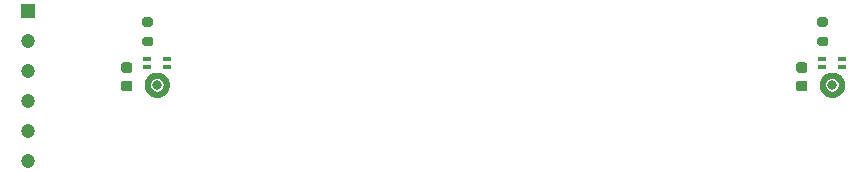
<source format=gbs>
G04 #@! TF.GenerationSoftware,KiCad,Pcbnew,5.1.10-88a1d61d58~88~ubuntu18.04.1*
G04 #@! TF.CreationDate,2021-09-30T10:17:39+02:00*
G04 #@! TF.ProjectId,pmod_microphone_array_2x1,706d6f64-5f6d-4696-9372-6f70686f6e65,1.0.0*
G04 #@! TF.SameCoordinates,Original*
G04 #@! TF.FileFunction,Soldermask,Bot*
G04 #@! TF.FilePolarity,Negative*
%FSLAX46Y46*%
G04 Gerber Fmt 4.6, Leading zero omitted, Abs format (unit mm)*
G04 Created by KiCad (PCBNEW 5.1.10-88a1d61d58~88~ubuntu18.04.1) date 2021-09-30 10:17:39*
%MOMM*%
%LPD*%
G01*
G04 APERTURE LIST*
%ADD10C,0.000100*%
%ADD11C,0.800000*%
%ADD12R,0.750000X0.450000*%
%ADD13R,1.200000X1.200000*%
%ADD14C,1.200000*%
G04 APERTURE END LIST*
D10*
G36*
X98317000Y-62076000D02*
G01*
X98317000Y-61626000D01*
X98271918Y-61626577D01*
X98218641Y-61629835D01*
X98165607Y-61635878D01*
X98112962Y-61644688D01*
X98060850Y-61656241D01*
X98009414Y-61670505D01*
X97958795Y-61687442D01*
X97909132Y-61707005D01*
X97860561Y-61729140D01*
X97813215Y-61753786D01*
X97767224Y-61780877D01*
X97722713Y-61810338D01*
X97679806Y-61842088D01*
X97638619Y-61876040D01*
X97599265Y-61912101D01*
X97561853Y-61950172D01*
X97526484Y-61990150D01*
X97493256Y-62031923D01*
X97462260Y-62075378D01*
X97433580Y-62120396D01*
X97407296Y-62166853D01*
X97383479Y-62214622D01*
X97362195Y-62263572D01*
X97343502Y-62313569D01*
X97327451Y-62364476D01*
X97314087Y-62416152D01*
X97303445Y-62468458D01*
X97295555Y-62521249D01*
X97290439Y-62574380D01*
X97288000Y-62636000D01*
X97288000Y-62656000D01*
X97289412Y-62709906D01*
X97293642Y-62763664D01*
X97300681Y-62817127D01*
X97310508Y-62870149D01*
X97323096Y-62922584D01*
X97338412Y-62974288D01*
X97356412Y-63025119D01*
X97377048Y-63074939D01*
X97400263Y-63123610D01*
X97425994Y-63171000D01*
X97454169Y-63216978D01*
X97484712Y-63261419D01*
X97517540Y-63304200D01*
X97552561Y-63345205D01*
X97589680Y-63384320D01*
X97628795Y-63421439D01*
X97669800Y-63456460D01*
X97712581Y-63489288D01*
X97757022Y-63519831D01*
X97803000Y-63548006D01*
X97850390Y-63573737D01*
X97899061Y-63596952D01*
X97948881Y-63617588D01*
X97999712Y-63635588D01*
X98051416Y-63650904D01*
X98103851Y-63663492D01*
X98156873Y-63673319D01*
X98210336Y-63680358D01*
X98264094Y-63684588D01*
X98318000Y-63686000D01*
X98371906Y-63684588D01*
X98425664Y-63680358D01*
X98479127Y-63673319D01*
X98532149Y-63663492D01*
X98584584Y-63650904D01*
X98636288Y-63635588D01*
X98687119Y-63617588D01*
X98736939Y-63596952D01*
X98785610Y-63573737D01*
X98833000Y-63548006D01*
X98878978Y-63519831D01*
X98923419Y-63489288D01*
X98966200Y-63456460D01*
X99007205Y-63421439D01*
X99046320Y-63384320D01*
X99083439Y-63345205D01*
X99118460Y-63304200D01*
X99151288Y-63261419D01*
X99181831Y-63216978D01*
X99210006Y-63171000D01*
X99235737Y-63123610D01*
X99258952Y-63074939D01*
X99279588Y-63025119D01*
X99297588Y-62974288D01*
X99312904Y-62922584D01*
X99325492Y-62870149D01*
X99335319Y-62817127D01*
X99342358Y-62763664D01*
X99346588Y-62709906D01*
X99348000Y-62656000D01*
X99348000Y-62636000D01*
X99346616Y-62583141D01*
X99342467Y-62530426D01*
X99335565Y-62478001D01*
X99325929Y-62426009D01*
X99313585Y-62374593D01*
X99298567Y-62323893D01*
X99280916Y-62274048D01*
X99260681Y-62225196D01*
X99237917Y-62177470D01*
X99212686Y-62131000D01*
X99185057Y-62085915D01*
X99155107Y-62042337D01*
X99122917Y-62000386D01*
X99088576Y-61960178D01*
X99052178Y-61921822D01*
X99013822Y-61885424D01*
X98973614Y-61851083D01*
X98931663Y-61818893D01*
X98888085Y-61788943D01*
X98843000Y-61761314D01*
X98796530Y-61736083D01*
X98748804Y-61713319D01*
X98699952Y-61693084D01*
X98650107Y-61675433D01*
X98599407Y-61660415D01*
X98547991Y-61648071D01*
X98495999Y-61638435D01*
X98443574Y-61631533D01*
X98390859Y-61627384D01*
X98338000Y-61626000D01*
X98319000Y-61626000D01*
X98319000Y-62076000D01*
X98348271Y-62075746D01*
X98377552Y-62077024D01*
X98406727Y-62079833D01*
X98435715Y-62084166D01*
X98464437Y-62090009D01*
X98492813Y-62097348D01*
X98520766Y-62106161D01*
X98548220Y-62116426D01*
X98575098Y-62128113D01*
X98601329Y-62141191D01*
X98626839Y-62155624D01*
X98651558Y-62171372D01*
X98675420Y-62188392D01*
X98698358Y-62206638D01*
X98720310Y-62226059D01*
X98741215Y-62246603D01*
X98761016Y-62268212D01*
X98779660Y-62290828D01*
X98797094Y-62314389D01*
X98813271Y-62338830D01*
X98828147Y-62364084D01*
X98841681Y-62390082D01*
X98853835Y-62416753D01*
X98864577Y-62444024D01*
X98873877Y-62471819D01*
X98881710Y-62500063D01*
X98888054Y-62528678D01*
X98892891Y-62557585D01*
X98896209Y-62586707D01*
X98898000Y-62616000D01*
X98898000Y-62656000D01*
X98897205Y-62686355D01*
X98894823Y-62716627D01*
X98890859Y-62746732D01*
X98885326Y-62776589D01*
X98878237Y-62806115D01*
X98869613Y-62835230D01*
X98859477Y-62863853D01*
X98847856Y-62891907D01*
X98834784Y-62919314D01*
X98820295Y-62946000D01*
X98804429Y-62971891D01*
X98787230Y-62996915D01*
X98768745Y-63021006D01*
X98749024Y-63044096D01*
X98728122Y-63066122D01*
X98706096Y-63087024D01*
X98683006Y-63106745D01*
X98658915Y-63125230D01*
X98633891Y-63142429D01*
X98608000Y-63158295D01*
X98581314Y-63172784D01*
X98553907Y-63185856D01*
X98525853Y-63197477D01*
X98497230Y-63207613D01*
X98468115Y-63216237D01*
X98438589Y-63223326D01*
X98408732Y-63228859D01*
X98378627Y-63232823D01*
X98348355Y-63235205D01*
X98318000Y-63236000D01*
X98287645Y-63235205D01*
X98257373Y-63232823D01*
X98227268Y-63228859D01*
X98197411Y-63223326D01*
X98167885Y-63216237D01*
X98138770Y-63207613D01*
X98110147Y-63197477D01*
X98082093Y-63185856D01*
X98054686Y-63172784D01*
X98028000Y-63158295D01*
X98002109Y-63142429D01*
X97977085Y-63125230D01*
X97952994Y-63106745D01*
X97929904Y-63087024D01*
X97907878Y-63066122D01*
X97886976Y-63044096D01*
X97867255Y-63021006D01*
X97848770Y-62996915D01*
X97831571Y-62971891D01*
X97815705Y-62946000D01*
X97801216Y-62919314D01*
X97788144Y-62891907D01*
X97776523Y-62863853D01*
X97766387Y-62835230D01*
X97757763Y-62806115D01*
X97750674Y-62776589D01*
X97745141Y-62746732D01*
X97741177Y-62716627D01*
X97738795Y-62686355D01*
X97738000Y-62656000D01*
X97738000Y-62636000D01*
X97739308Y-62605768D01*
X97742166Y-62576086D01*
X97746574Y-62546594D01*
X97752519Y-62517373D01*
X97759985Y-62488503D01*
X97768952Y-62460063D01*
X97779395Y-62432132D01*
X97791286Y-62404785D01*
X97804591Y-62378099D01*
X97819275Y-62352145D01*
X97835297Y-62326995D01*
X97852614Y-62302719D01*
X97871177Y-62279382D01*
X97890936Y-62257048D01*
X97911837Y-62235779D01*
X97933822Y-62215633D01*
X97956832Y-62196665D01*
X97980803Y-62178928D01*
X98005669Y-62162469D01*
X98031363Y-62147335D01*
X98057813Y-62133566D01*
X98084948Y-62121200D01*
X98112692Y-62110271D01*
X98140971Y-62100809D01*
X98169706Y-62092840D01*
X98198819Y-62086386D01*
X98228230Y-62081464D01*
X98257858Y-62078088D01*
X98287622Y-62076268D01*
X98317000Y-62076000D01*
G37*
X98317000Y-62076000D02*
X98317000Y-61626000D01*
X98271918Y-61626577D01*
X98218641Y-61629835D01*
X98165607Y-61635878D01*
X98112962Y-61644688D01*
X98060850Y-61656241D01*
X98009414Y-61670505D01*
X97958795Y-61687442D01*
X97909132Y-61707005D01*
X97860561Y-61729140D01*
X97813215Y-61753786D01*
X97767224Y-61780877D01*
X97722713Y-61810338D01*
X97679806Y-61842088D01*
X97638619Y-61876040D01*
X97599265Y-61912101D01*
X97561853Y-61950172D01*
X97526484Y-61990150D01*
X97493256Y-62031923D01*
X97462260Y-62075378D01*
X97433580Y-62120396D01*
X97407296Y-62166853D01*
X97383479Y-62214622D01*
X97362195Y-62263572D01*
X97343502Y-62313569D01*
X97327451Y-62364476D01*
X97314087Y-62416152D01*
X97303445Y-62468458D01*
X97295555Y-62521249D01*
X97290439Y-62574380D01*
X97288000Y-62636000D01*
X97288000Y-62656000D01*
X97289412Y-62709906D01*
X97293642Y-62763664D01*
X97300681Y-62817127D01*
X97310508Y-62870149D01*
X97323096Y-62922584D01*
X97338412Y-62974288D01*
X97356412Y-63025119D01*
X97377048Y-63074939D01*
X97400263Y-63123610D01*
X97425994Y-63171000D01*
X97454169Y-63216978D01*
X97484712Y-63261419D01*
X97517540Y-63304200D01*
X97552561Y-63345205D01*
X97589680Y-63384320D01*
X97628795Y-63421439D01*
X97669800Y-63456460D01*
X97712581Y-63489288D01*
X97757022Y-63519831D01*
X97803000Y-63548006D01*
X97850390Y-63573737D01*
X97899061Y-63596952D01*
X97948881Y-63617588D01*
X97999712Y-63635588D01*
X98051416Y-63650904D01*
X98103851Y-63663492D01*
X98156873Y-63673319D01*
X98210336Y-63680358D01*
X98264094Y-63684588D01*
X98318000Y-63686000D01*
X98371906Y-63684588D01*
X98425664Y-63680358D01*
X98479127Y-63673319D01*
X98532149Y-63663492D01*
X98584584Y-63650904D01*
X98636288Y-63635588D01*
X98687119Y-63617588D01*
X98736939Y-63596952D01*
X98785610Y-63573737D01*
X98833000Y-63548006D01*
X98878978Y-63519831D01*
X98923419Y-63489288D01*
X98966200Y-63456460D01*
X99007205Y-63421439D01*
X99046320Y-63384320D01*
X99083439Y-63345205D01*
X99118460Y-63304200D01*
X99151288Y-63261419D01*
X99181831Y-63216978D01*
X99210006Y-63171000D01*
X99235737Y-63123610D01*
X99258952Y-63074939D01*
X99279588Y-63025119D01*
X99297588Y-62974288D01*
X99312904Y-62922584D01*
X99325492Y-62870149D01*
X99335319Y-62817127D01*
X99342358Y-62763664D01*
X99346588Y-62709906D01*
X99348000Y-62656000D01*
X99348000Y-62636000D01*
X99346616Y-62583141D01*
X99342467Y-62530426D01*
X99335565Y-62478001D01*
X99325929Y-62426009D01*
X99313585Y-62374593D01*
X99298567Y-62323893D01*
X99280916Y-62274048D01*
X99260681Y-62225196D01*
X99237917Y-62177470D01*
X99212686Y-62131000D01*
X99185057Y-62085915D01*
X99155107Y-62042337D01*
X99122917Y-62000386D01*
X99088576Y-61960178D01*
X99052178Y-61921822D01*
X99013822Y-61885424D01*
X98973614Y-61851083D01*
X98931663Y-61818893D01*
X98888085Y-61788943D01*
X98843000Y-61761314D01*
X98796530Y-61736083D01*
X98748804Y-61713319D01*
X98699952Y-61693084D01*
X98650107Y-61675433D01*
X98599407Y-61660415D01*
X98547991Y-61648071D01*
X98495999Y-61638435D01*
X98443574Y-61631533D01*
X98390859Y-61627384D01*
X98338000Y-61626000D01*
X98319000Y-61626000D01*
X98319000Y-62076000D01*
X98348271Y-62075746D01*
X98377552Y-62077024D01*
X98406727Y-62079833D01*
X98435715Y-62084166D01*
X98464437Y-62090009D01*
X98492813Y-62097348D01*
X98520766Y-62106161D01*
X98548220Y-62116426D01*
X98575098Y-62128113D01*
X98601329Y-62141191D01*
X98626839Y-62155624D01*
X98651558Y-62171372D01*
X98675420Y-62188392D01*
X98698358Y-62206638D01*
X98720310Y-62226059D01*
X98741215Y-62246603D01*
X98761016Y-62268212D01*
X98779660Y-62290828D01*
X98797094Y-62314389D01*
X98813271Y-62338830D01*
X98828147Y-62364084D01*
X98841681Y-62390082D01*
X98853835Y-62416753D01*
X98864577Y-62444024D01*
X98873877Y-62471819D01*
X98881710Y-62500063D01*
X98888054Y-62528678D01*
X98892891Y-62557585D01*
X98896209Y-62586707D01*
X98898000Y-62616000D01*
X98898000Y-62656000D01*
X98897205Y-62686355D01*
X98894823Y-62716627D01*
X98890859Y-62746732D01*
X98885326Y-62776589D01*
X98878237Y-62806115D01*
X98869613Y-62835230D01*
X98859477Y-62863853D01*
X98847856Y-62891907D01*
X98834784Y-62919314D01*
X98820295Y-62946000D01*
X98804429Y-62971891D01*
X98787230Y-62996915D01*
X98768745Y-63021006D01*
X98749024Y-63044096D01*
X98728122Y-63066122D01*
X98706096Y-63087024D01*
X98683006Y-63106745D01*
X98658915Y-63125230D01*
X98633891Y-63142429D01*
X98608000Y-63158295D01*
X98581314Y-63172784D01*
X98553907Y-63185856D01*
X98525853Y-63197477D01*
X98497230Y-63207613D01*
X98468115Y-63216237D01*
X98438589Y-63223326D01*
X98408732Y-63228859D01*
X98378627Y-63232823D01*
X98348355Y-63235205D01*
X98318000Y-63236000D01*
X98287645Y-63235205D01*
X98257373Y-63232823D01*
X98227268Y-63228859D01*
X98197411Y-63223326D01*
X98167885Y-63216237D01*
X98138770Y-63207613D01*
X98110147Y-63197477D01*
X98082093Y-63185856D01*
X98054686Y-63172784D01*
X98028000Y-63158295D01*
X98002109Y-63142429D01*
X97977085Y-63125230D01*
X97952994Y-63106745D01*
X97929904Y-63087024D01*
X97907878Y-63066122D01*
X97886976Y-63044096D01*
X97867255Y-63021006D01*
X97848770Y-62996915D01*
X97831571Y-62971891D01*
X97815705Y-62946000D01*
X97801216Y-62919314D01*
X97788144Y-62891907D01*
X97776523Y-62863853D01*
X97766387Y-62835230D01*
X97757763Y-62806115D01*
X97750674Y-62776589D01*
X97745141Y-62746732D01*
X97741177Y-62716627D01*
X97738795Y-62686355D01*
X97738000Y-62656000D01*
X97738000Y-62636000D01*
X97739308Y-62605768D01*
X97742166Y-62576086D01*
X97746574Y-62546594D01*
X97752519Y-62517373D01*
X97759985Y-62488503D01*
X97768952Y-62460063D01*
X97779395Y-62432132D01*
X97791286Y-62404785D01*
X97804591Y-62378099D01*
X97819275Y-62352145D01*
X97835297Y-62326995D01*
X97852614Y-62302719D01*
X97871177Y-62279382D01*
X97890936Y-62257048D01*
X97911837Y-62235779D01*
X97933822Y-62215633D01*
X97956832Y-62196665D01*
X97980803Y-62178928D01*
X98005669Y-62162469D01*
X98031363Y-62147335D01*
X98057813Y-62133566D01*
X98084948Y-62121200D01*
X98112692Y-62110271D01*
X98140971Y-62100809D01*
X98169706Y-62092840D01*
X98198819Y-62086386D01*
X98228230Y-62081464D01*
X98257858Y-62078088D01*
X98287622Y-62076268D01*
X98317000Y-62076000D01*
G36*
X41147000Y-62076000D02*
G01*
X41147000Y-61626000D01*
X41101918Y-61626577D01*
X41048641Y-61629835D01*
X40995607Y-61635878D01*
X40942962Y-61644688D01*
X40890850Y-61656241D01*
X40839414Y-61670505D01*
X40788795Y-61687442D01*
X40739132Y-61707005D01*
X40690561Y-61729140D01*
X40643215Y-61753786D01*
X40597224Y-61780877D01*
X40552713Y-61810338D01*
X40509806Y-61842088D01*
X40468619Y-61876040D01*
X40429265Y-61912101D01*
X40391853Y-61950172D01*
X40356484Y-61990150D01*
X40323256Y-62031923D01*
X40292260Y-62075378D01*
X40263580Y-62120396D01*
X40237296Y-62166853D01*
X40213479Y-62214622D01*
X40192195Y-62263572D01*
X40173502Y-62313569D01*
X40157451Y-62364476D01*
X40144087Y-62416152D01*
X40133445Y-62468458D01*
X40125555Y-62521249D01*
X40120439Y-62574380D01*
X40118000Y-62636000D01*
X40118000Y-62656000D01*
X40119412Y-62709906D01*
X40123642Y-62763664D01*
X40130681Y-62817127D01*
X40140508Y-62870149D01*
X40153096Y-62922584D01*
X40168412Y-62974288D01*
X40186412Y-63025119D01*
X40207048Y-63074939D01*
X40230263Y-63123610D01*
X40255994Y-63171000D01*
X40284169Y-63216978D01*
X40314712Y-63261419D01*
X40347540Y-63304200D01*
X40382561Y-63345205D01*
X40419680Y-63384320D01*
X40458795Y-63421439D01*
X40499800Y-63456460D01*
X40542581Y-63489288D01*
X40587022Y-63519831D01*
X40633000Y-63548006D01*
X40680390Y-63573737D01*
X40729061Y-63596952D01*
X40778881Y-63617588D01*
X40829712Y-63635588D01*
X40881416Y-63650904D01*
X40933851Y-63663492D01*
X40986873Y-63673319D01*
X41040336Y-63680358D01*
X41094094Y-63684588D01*
X41148000Y-63686000D01*
X41201906Y-63684588D01*
X41255664Y-63680358D01*
X41309127Y-63673319D01*
X41362149Y-63663492D01*
X41414584Y-63650904D01*
X41466288Y-63635588D01*
X41517119Y-63617588D01*
X41566939Y-63596952D01*
X41615610Y-63573737D01*
X41663000Y-63548006D01*
X41708978Y-63519831D01*
X41753419Y-63489288D01*
X41796200Y-63456460D01*
X41837205Y-63421439D01*
X41876320Y-63384320D01*
X41913439Y-63345205D01*
X41948460Y-63304200D01*
X41981288Y-63261419D01*
X42011831Y-63216978D01*
X42040006Y-63171000D01*
X42065737Y-63123610D01*
X42088952Y-63074939D01*
X42109588Y-63025119D01*
X42127588Y-62974288D01*
X42142904Y-62922584D01*
X42155492Y-62870149D01*
X42165319Y-62817127D01*
X42172358Y-62763664D01*
X42176588Y-62709906D01*
X42178000Y-62656000D01*
X42178000Y-62636000D01*
X42176616Y-62583141D01*
X42172467Y-62530426D01*
X42165565Y-62478001D01*
X42155929Y-62426009D01*
X42143585Y-62374593D01*
X42128567Y-62323893D01*
X42110916Y-62274048D01*
X42090681Y-62225196D01*
X42067917Y-62177470D01*
X42042686Y-62131000D01*
X42015057Y-62085915D01*
X41985107Y-62042337D01*
X41952917Y-62000386D01*
X41918576Y-61960178D01*
X41882178Y-61921822D01*
X41843822Y-61885424D01*
X41803614Y-61851083D01*
X41761663Y-61818893D01*
X41718085Y-61788943D01*
X41673000Y-61761314D01*
X41626530Y-61736083D01*
X41578804Y-61713319D01*
X41529952Y-61693084D01*
X41480107Y-61675433D01*
X41429407Y-61660415D01*
X41377991Y-61648071D01*
X41325999Y-61638435D01*
X41273574Y-61631533D01*
X41220859Y-61627384D01*
X41168000Y-61626000D01*
X41149000Y-61626000D01*
X41149000Y-62076000D01*
X41178271Y-62075746D01*
X41207552Y-62077024D01*
X41236727Y-62079833D01*
X41265715Y-62084166D01*
X41294437Y-62090009D01*
X41322813Y-62097348D01*
X41350766Y-62106161D01*
X41378220Y-62116426D01*
X41405098Y-62128113D01*
X41431329Y-62141191D01*
X41456839Y-62155624D01*
X41481558Y-62171372D01*
X41505420Y-62188392D01*
X41528358Y-62206638D01*
X41550310Y-62226059D01*
X41571215Y-62246603D01*
X41591016Y-62268212D01*
X41609660Y-62290828D01*
X41627094Y-62314389D01*
X41643271Y-62338830D01*
X41658147Y-62364084D01*
X41671681Y-62390082D01*
X41683835Y-62416753D01*
X41694577Y-62444024D01*
X41703877Y-62471819D01*
X41711710Y-62500063D01*
X41718054Y-62528678D01*
X41722891Y-62557585D01*
X41726209Y-62586707D01*
X41728000Y-62616000D01*
X41728000Y-62656000D01*
X41727205Y-62686355D01*
X41724823Y-62716627D01*
X41720859Y-62746732D01*
X41715326Y-62776589D01*
X41708237Y-62806115D01*
X41699613Y-62835230D01*
X41689477Y-62863853D01*
X41677856Y-62891907D01*
X41664784Y-62919314D01*
X41650295Y-62946000D01*
X41634429Y-62971891D01*
X41617230Y-62996915D01*
X41598745Y-63021006D01*
X41579024Y-63044096D01*
X41558122Y-63066122D01*
X41536096Y-63087024D01*
X41513006Y-63106745D01*
X41488915Y-63125230D01*
X41463891Y-63142429D01*
X41438000Y-63158295D01*
X41411314Y-63172784D01*
X41383907Y-63185856D01*
X41355853Y-63197477D01*
X41327230Y-63207613D01*
X41298115Y-63216237D01*
X41268589Y-63223326D01*
X41238732Y-63228859D01*
X41208627Y-63232823D01*
X41178355Y-63235205D01*
X41148000Y-63236000D01*
X41117645Y-63235205D01*
X41087373Y-63232823D01*
X41057268Y-63228859D01*
X41027411Y-63223326D01*
X40997885Y-63216237D01*
X40968770Y-63207613D01*
X40940147Y-63197477D01*
X40912093Y-63185856D01*
X40884686Y-63172784D01*
X40858000Y-63158295D01*
X40832109Y-63142429D01*
X40807085Y-63125230D01*
X40782994Y-63106745D01*
X40759904Y-63087024D01*
X40737878Y-63066122D01*
X40716976Y-63044096D01*
X40697255Y-63021006D01*
X40678770Y-62996915D01*
X40661571Y-62971891D01*
X40645705Y-62946000D01*
X40631216Y-62919314D01*
X40618144Y-62891907D01*
X40606523Y-62863853D01*
X40596387Y-62835230D01*
X40587763Y-62806115D01*
X40580674Y-62776589D01*
X40575141Y-62746732D01*
X40571177Y-62716627D01*
X40568795Y-62686355D01*
X40568000Y-62656000D01*
X40568000Y-62636000D01*
X40569308Y-62605768D01*
X40572166Y-62576086D01*
X40576574Y-62546594D01*
X40582519Y-62517373D01*
X40589985Y-62488503D01*
X40598952Y-62460063D01*
X40609395Y-62432132D01*
X40621286Y-62404785D01*
X40634591Y-62378099D01*
X40649275Y-62352145D01*
X40665297Y-62326995D01*
X40682614Y-62302719D01*
X40701177Y-62279382D01*
X40720936Y-62257048D01*
X40741837Y-62235779D01*
X40763822Y-62215633D01*
X40786832Y-62196665D01*
X40810803Y-62178928D01*
X40835669Y-62162469D01*
X40861363Y-62147335D01*
X40887813Y-62133566D01*
X40914948Y-62121200D01*
X40942692Y-62110271D01*
X40970971Y-62100809D01*
X40999706Y-62092840D01*
X41028819Y-62086386D01*
X41058230Y-62081464D01*
X41087858Y-62078088D01*
X41117622Y-62076268D01*
X41147000Y-62076000D01*
G37*
X41147000Y-62076000D02*
X41147000Y-61626000D01*
X41101918Y-61626577D01*
X41048641Y-61629835D01*
X40995607Y-61635878D01*
X40942962Y-61644688D01*
X40890850Y-61656241D01*
X40839414Y-61670505D01*
X40788795Y-61687442D01*
X40739132Y-61707005D01*
X40690561Y-61729140D01*
X40643215Y-61753786D01*
X40597224Y-61780877D01*
X40552713Y-61810338D01*
X40509806Y-61842088D01*
X40468619Y-61876040D01*
X40429265Y-61912101D01*
X40391853Y-61950172D01*
X40356484Y-61990150D01*
X40323256Y-62031923D01*
X40292260Y-62075378D01*
X40263580Y-62120396D01*
X40237296Y-62166853D01*
X40213479Y-62214622D01*
X40192195Y-62263572D01*
X40173502Y-62313569D01*
X40157451Y-62364476D01*
X40144087Y-62416152D01*
X40133445Y-62468458D01*
X40125555Y-62521249D01*
X40120439Y-62574380D01*
X40118000Y-62636000D01*
X40118000Y-62656000D01*
X40119412Y-62709906D01*
X40123642Y-62763664D01*
X40130681Y-62817127D01*
X40140508Y-62870149D01*
X40153096Y-62922584D01*
X40168412Y-62974288D01*
X40186412Y-63025119D01*
X40207048Y-63074939D01*
X40230263Y-63123610D01*
X40255994Y-63171000D01*
X40284169Y-63216978D01*
X40314712Y-63261419D01*
X40347540Y-63304200D01*
X40382561Y-63345205D01*
X40419680Y-63384320D01*
X40458795Y-63421439D01*
X40499800Y-63456460D01*
X40542581Y-63489288D01*
X40587022Y-63519831D01*
X40633000Y-63548006D01*
X40680390Y-63573737D01*
X40729061Y-63596952D01*
X40778881Y-63617588D01*
X40829712Y-63635588D01*
X40881416Y-63650904D01*
X40933851Y-63663492D01*
X40986873Y-63673319D01*
X41040336Y-63680358D01*
X41094094Y-63684588D01*
X41148000Y-63686000D01*
X41201906Y-63684588D01*
X41255664Y-63680358D01*
X41309127Y-63673319D01*
X41362149Y-63663492D01*
X41414584Y-63650904D01*
X41466288Y-63635588D01*
X41517119Y-63617588D01*
X41566939Y-63596952D01*
X41615610Y-63573737D01*
X41663000Y-63548006D01*
X41708978Y-63519831D01*
X41753419Y-63489288D01*
X41796200Y-63456460D01*
X41837205Y-63421439D01*
X41876320Y-63384320D01*
X41913439Y-63345205D01*
X41948460Y-63304200D01*
X41981288Y-63261419D01*
X42011831Y-63216978D01*
X42040006Y-63171000D01*
X42065737Y-63123610D01*
X42088952Y-63074939D01*
X42109588Y-63025119D01*
X42127588Y-62974288D01*
X42142904Y-62922584D01*
X42155492Y-62870149D01*
X42165319Y-62817127D01*
X42172358Y-62763664D01*
X42176588Y-62709906D01*
X42178000Y-62656000D01*
X42178000Y-62636000D01*
X42176616Y-62583141D01*
X42172467Y-62530426D01*
X42165565Y-62478001D01*
X42155929Y-62426009D01*
X42143585Y-62374593D01*
X42128567Y-62323893D01*
X42110916Y-62274048D01*
X42090681Y-62225196D01*
X42067917Y-62177470D01*
X42042686Y-62131000D01*
X42015057Y-62085915D01*
X41985107Y-62042337D01*
X41952917Y-62000386D01*
X41918576Y-61960178D01*
X41882178Y-61921822D01*
X41843822Y-61885424D01*
X41803614Y-61851083D01*
X41761663Y-61818893D01*
X41718085Y-61788943D01*
X41673000Y-61761314D01*
X41626530Y-61736083D01*
X41578804Y-61713319D01*
X41529952Y-61693084D01*
X41480107Y-61675433D01*
X41429407Y-61660415D01*
X41377991Y-61648071D01*
X41325999Y-61638435D01*
X41273574Y-61631533D01*
X41220859Y-61627384D01*
X41168000Y-61626000D01*
X41149000Y-61626000D01*
X41149000Y-62076000D01*
X41178271Y-62075746D01*
X41207552Y-62077024D01*
X41236727Y-62079833D01*
X41265715Y-62084166D01*
X41294437Y-62090009D01*
X41322813Y-62097348D01*
X41350766Y-62106161D01*
X41378220Y-62116426D01*
X41405098Y-62128113D01*
X41431329Y-62141191D01*
X41456839Y-62155624D01*
X41481558Y-62171372D01*
X41505420Y-62188392D01*
X41528358Y-62206638D01*
X41550310Y-62226059D01*
X41571215Y-62246603D01*
X41591016Y-62268212D01*
X41609660Y-62290828D01*
X41627094Y-62314389D01*
X41643271Y-62338830D01*
X41658147Y-62364084D01*
X41671681Y-62390082D01*
X41683835Y-62416753D01*
X41694577Y-62444024D01*
X41703877Y-62471819D01*
X41711710Y-62500063D01*
X41718054Y-62528678D01*
X41722891Y-62557585D01*
X41726209Y-62586707D01*
X41728000Y-62616000D01*
X41728000Y-62656000D01*
X41727205Y-62686355D01*
X41724823Y-62716627D01*
X41720859Y-62746732D01*
X41715326Y-62776589D01*
X41708237Y-62806115D01*
X41699613Y-62835230D01*
X41689477Y-62863853D01*
X41677856Y-62891907D01*
X41664784Y-62919314D01*
X41650295Y-62946000D01*
X41634429Y-62971891D01*
X41617230Y-62996915D01*
X41598745Y-63021006D01*
X41579024Y-63044096D01*
X41558122Y-63066122D01*
X41536096Y-63087024D01*
X41513006Y-63106745D01*
X41488915Y-63125230D01*
X41463891Y-63142429D01*
X41438000Y-63158295D01*
X41411314Y-63172784D01*
X41383907Y-63185856D01*
X41355853Y-63197477D01*
X41327230Y-63207613D01*
X41298115Y-63216237D01*
X41268589Y-63223326D01*
X41238732Y-63228859D01*
X41208627Y-63232823D01*
X41178355Y-63235205D01*
X41148000Y-63236000D01*
X41117645Y-63235205D01*
X41087373Y-63232823D01*
X41057268Y-63228859D01*
X41027411Y-63223326D01*
X40997885Y-63216237D01*
X40968770Y-63207613D01*
X40940147Y-63197477D01*
X40912093Y-63185856D01*
X40884686Y-63172784D01*
X40858000Y-63158295D01*
X40832109Y-63142429D01*
X40807085Y-63125230D01*
X40782994Y-63106745D01*
X40759904Y-63087024D01*
X40737878Y-63066122D01*
X40716976Y-63044096D01*
X40697255Y-63021006D01*
X40678770Y-62996915D01*
X40661571Y-62971891D01*
X40645705Y-62946000D01*
X40631216Y-62919314D01*
X40618144Y-62891907D01*
X40606523Y-62863853D01*
X40596387Y-62835230D01*
X40587763Y-62806115D01*
X40580674Y-62776589D01*
X40575141Y-62746732D01*
X40571177Y-62716627D01*
X40568795Y-62686355D01*
X40568000Y-62656000D01*
X40568000Y-62636000D01*
X40569308Y-62605768D01*
X40572166Y-62576086D01*
X40576574Y-62546594D01*
X40582519Y-62517373D01*
X40589985Y-62488503D01*
X40598952Y-62460063D01*
X40609395Y-62432132D01*
X40621286Y-62404785D01*
X40634591Y-62378099D01*
X40649275Y-62352145D01*
X40665297Y-62326995D01*
X40682614Y-62302719D01*
X40701177Y-62279382D01*
X40720936Y-62257048D01*
X40741837Y-62235779D01*
X40763822Y-62215633D01*
X40786832Y-62196665D01*
X40810803Y-62178928D01*
X40835669Y-62162469D01*
X40861363Y-62147335D01*
X40887813Y-62133566D01*
X40914948Y-62121200D01*
X40942692Y-62110271D01*
X40970971Y-62100809D01*
X40999706Y-62092840D01*
X41028819Y-62086386D01*
X41058230Y-62081464D01*
X41087858Y-62078088D01*
X41117622Y-62076268D01*
X41147000Y-62076000D01*
D11*
X98318000Y-62656000D03*
D12*
X99168000Y-60476000D03*
X99168000Y-61176000D03*
X97468000Y-60476000D03*
X97468000Y-61176000D03*
D11*
X41148000Y-62656000D03*
D12*
X41998000Y-60476000D03*
X41998000Y-61176000D03*
X40298000Y-60476000D03*
X40298000Y-61176000D03*
D13*
X30226000Y-56388000D03*
D14*
X30226000Y-58928000D03*
X30226000Y-61468000D03*
X30226000Y-64008000D03*
X30226000Y-66548000D03*
X30226000Y-69088000D03*
G36*
G01*
X97811000Y-57741000D02*
X97261000Y-57741000D01*
G75*
G02*
X97061000Y-57541000I0J200000D01*
G01*
X97061000Y-57141000D01*
G75*
G02*
X97261000Y-56941000I200000J0D01*
G01*
X97811000Y-56941000D01*
G75*
G02*
X98011000Y-57141000I0J-200000D01*
G01*
X98011000Y-57541000D01*
G75*
G02*
X97811000Y-57741000I-200000J0D01*
G01*
G37*
G36*
G01*
X97811000Y-59391000D02*
X97261000Y-59391000D01*
G75*
G02*
X97061000Y-59191000I0J200000D01*
G01*
X97061000Y-58791000D01*
G75*
G02*
X97261000Y-58591000I200000J0D01*
G01*
X97811000Y-58591000D01*
G75*
G02*
X98011000Y-58791000I0J-200000D01*
G01*
X98011000Y-59191000D01*
G75*
G02*
X97811000Y-59391000I-200000J0D01*
G01*
G37*
G36*
G01*
X40661000Y-57741000D02*
X40111000Y-57741000D01*
G75*
G02*
X39911000Y-57541000I0J200000D01*
G01*
X39911000Y-57141000D01*
G75*
G02*
X40111000Y-56941000I200000J0D01*
G01*
X40661000Y-56941000D01*
G75*
G02*
X40861000Y-57141000I0J-200000D01*
G01*
X40861000Y-57541000D01*
G75*
G02*
X40661000Y-57741000I-200000J0D01*
G01*
G37*
G36*
G01*
X40661000Y-59391000D02*
X40111000Y-59391000D01*
G75*
G02*
X39911000Y-59191000I0J200000D01*
G01*
X39911000Y-58791000D01*
G75*
G02*
X40111000Y-58591000I200000J0D01*
G01*
X40661000Y-58591000D01*
G75*
G02*
X40861000Y-58791000I0J-200000D01*
G01*
X40861000Y-59191000D01*
G75*
G02*
X40661000Y-59391000I-200000J0D01*
G01*
G37*
G36*
G01*
X95508000Y-62301000D02*
X96008000Y-62301000D01*
G75*
G02*
X96233000Y-62526000I0J-225000D01*
G01*
X96233000Y-62976000D01*
G75*
G02*
X96008000Y-63201000I-225000J0D01*
G01*
X95508000Y-63201000D01*
G75*
G02*
X95283000Y-62976000I0J225000D01*
G01*
X95283000Y-62526000D01*
G75*
G02*
X95508000Y-62301000I225000J0D01*
G01*
G37*
G36*
G01*
X95508000Y-60751000D02*
X96008000Y-60751000D01*
G75*
G02*
X96233000Y-60976000I0J-225000D01*
G01*
X96233000Y-61426000D01*
G75*
G02*
X96008000Y-61651000I-225000J0D01*
G01*
X95508000Y-61651000D01*
G75*
G02*
X95283000Y-61426000I0J225000D01*
G01*
X95283000Y-60976000D01*
G75*
G02*
X95508000Y-60751000I225000J0D01*
G01*
G37*
G36*
G01*
X38358000Y-62301000D02*
X38858000Y-62301000D01*
G75*
G02*
X39083000Y-62526000I0J-225000D01*
G01*
X39083000Y-62976000D01*
G75*
G02*
X38858000Y-63201000I-225000J0D01*
G01*
X38358000Y-63201000D01*
G75*
G02*
X38133000Y-62976000I0J225000D01*
G01*
X38133000Y-62526000D01*
G75*
G02*
X38358000Y-62301000I225000J0D01*
G01*
G37*
G36*
G01*
X38358000Y-60751000D02*
X38858000Y-60751000D01*
G75*
G02*
X39083000Y-60976000I0J-225000D01*
G01*
X39083000Y-61426000D01*
G75*
G02*
X38858000Y-61651000I-225000J0D01*
G01*
X38358000Y-61651000D01*
G75*
G02*
X38133000Y-61426000I0J225000D01*
G01*
X38133000Y-60976000D01*
G75*
G02*
X38358000Y-60751000I225000J0D01*
G01*
G37*
M02*

</source>
